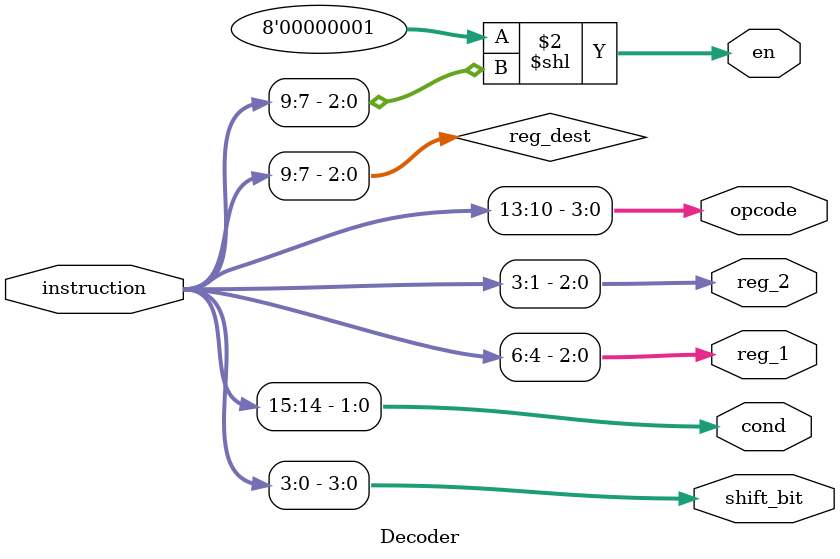
<source format=v>
module Decoder(instruction, en, cond, opcode, reg_1, reg_2, shift_bit);

input [15:0] instruction; 
output reg [7:0] en;
output reg [3:0] shift_bit;
output reg [1:0] cond;
output reg [2:0] reg_1, reg_2;
output reg [3:0] opcode;
reg [2:0] reg_dest;

always @ (instruction)
 begin
	cond = instruction [15:14];
	opcode = instruction [13:10];
	reg_dest = instruction [9:7];
	reg_1 = instruction [6:4];
	reg_2 = instruction [3:1];
	shift_bit = instruction[3:0];
	en = (8'b1) << reg_dest;
$display($time, " cond = %b, opcode = %b, reg_dest = %b, reg_1 = %b, reg_2 = %b, shift_bit = %b",
					cond, opcode, reg_dest, reg_1, reg_2, shift_bit);
 end

endmodule 




</source>
